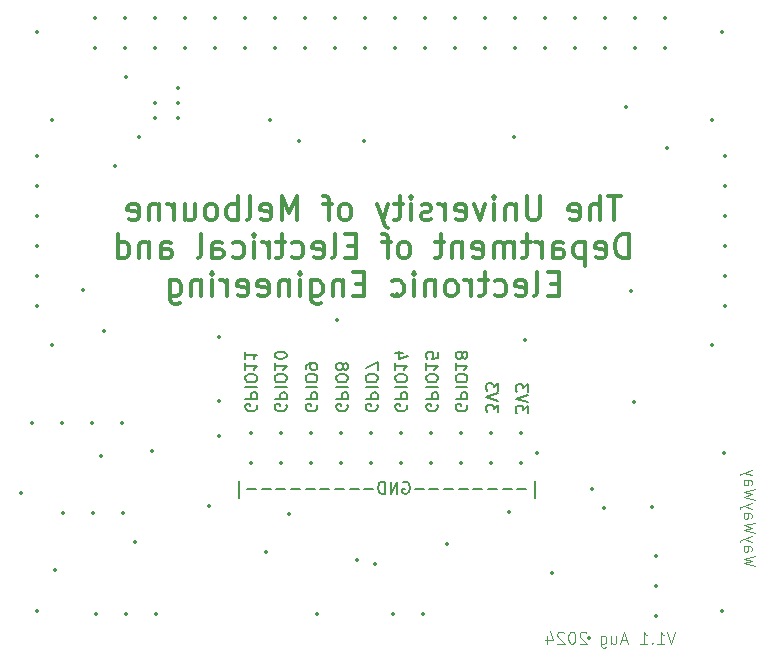
<source format=gbr>
%TF.GenerationSoftware,KiCad,Pcbnew,7.0.10*%
%TF.CreationDate,2024-08-19T03:07:17+10:00*%
%TF.ProjectId,AI4R-PIHAT,41493452-2d50-4494-9841-542e6b696361,rev?*%
%TF.SameCoordinates,Original*%
%TF.FileFunction,Legend,Bot*%
%TF.FilePolarity,Positive*%
%FSLAX46Y46*%
G04 Gerber Fmt 4.6, Leading zero omitted, Abs format (unit mm)*
G04 Created by KiCad (PCBNEW 7.0.10) date 2024-08-19 03:07:17*
%MOMM*%
%LPD*%
G01*
G04 APERTURE LIST*
%ADD10C,0.150000*%
%ADD11C,0.100000*%
%ADD12C,0.300000*%
%ADD13C,0.350000*%
G04 APERTURE END LIST*
D10*
X51882561Y-47039411D02*
X51930180Y-47134649D01*
X51930180Y-47134649D02*
X51930180Y-47277506D01*
X51930180Y-47277506D02*
X51882561Y-47420363D01*
X51882561Y-47420363D02*
X51787323Y-47515601D01*
X51787323Y-47515601D02*
X51692085Y-47563220D01*
X51692085Y-47563220D02*
X51501609Y-47610839D01*
X51501609Y-47610839D02*
X51358752Y-47610839D01*
X51358752Y-47610839D02*
X51168276Y-47563220D01*
X51168276Y-47563220D02*
X51073038Y-47515601D01*
X51073038Y-47515601D02*
X50977800Y-47420363D01*
X50977800Y-47420363D02*
X50930180Y-47277506D01*
X50930180Y-47277506D02*
X50930180Y-47182268D01*
X50930180Y-47182268D02*
X50977800Y-47039411D01*
X50977800Y-47039411D02*
X51025419Y-46991792D01*
X51025419Y-46991792D02*
X51358752Y-46991792D01*
X51358752Y-46991792D02*
X51358752Y-47182268D01*
X50930180Y-46563220D02*
X51930180Y-46563220D01*
X51930180Y-46563220D02*
X51930180Y-46182268D01*
X51930180Y-46182268D02*
X51882561Y-46087030D01*
X51882561Y-46087030D02*
X51834942Y-46039411D01*
X51834942Y-46039411D02*
X51739704Y-45991792D01*
X51739704Y-45991792D02*
X51596847Y-45991792D01*
X51596847Y-45991792D02*
X51501609Y-46039411D01*
X51501609Y-46039411D02*
X51453990Y-46087030D01*
X51453990Y-46087030D02*
X51406371Y-46182268D01*
X51406371Y-46182268D02*
X51406371Y-46563220D01*
X50930180Y-45563220D02*
X51930180Y-45563220D01*
X51930180Y-44896554D02*
X51930180Y-44706078D01*
X51930180Y-44706078D02*
X51882561Y-44610840D01*
X51882561Y-44610840D02*
X51787323Y-44515602D01*
X51787323Y-44515602D02*
X51596847Y-44467983D01*
X51596847Y-44467983D02*
X51263514Y-44467983D01*
X51263514Y-44467983D02*
X51073038Y-44515602D01*
X51073038Y-44515602D02*
X50977800Y-44610840D01*
X50977800Y-44610840D02*
X50930180Y-44706078D01*
X50930180Y-44706078D02*
X50930180Y-44896554D01*
X50930180Y-44896554D02*
X50977800Y-44991792D01*
X50977800Y-44991792D02*
X51073038Y-45087030D01*
X51073038Y-45087030D02*
X51263514Y-45134649D01*
X51263514Y-45134649D02*
X51596847Y-45134649D01*
X51596847Y-45134649D02*
X51787323Y-45087030D01*
X51787323Y-45087030D02*
X51882561Y-44991792D01*
X51882561Y-44991792D02*
X51930180Y-44896554D01*
X50930180Y-43515602D02*
X50930180Y-44087030D01*
X50930180Y-43801316D02*
X51930180Y-43801316D01*
X51930180Y-43801316D02*
X51787323Y-43896554D01*
X51787323Y-43896554D02*
X51692085Y-43991792D01*
X51692085Y-43991792D02*
X51644466Y-44087030D01*
X51501609Y-42944173D02*
X51549228Y-43039411D01*
X51549228Y-43039411D02*
X51596847Y-43087030D01*
X51596847Y-43087030D02*
X51692085Y-43134649D01*
X51692085Y-43134649D02*
X51739704Y-43134649D01*
X51739704Y-43134649D02*
X51834942Y-43087030D01*
X51834942Y-43087030D02*
X51882561Y-43039411D01*
X51882561Y-43039411D02*
X51930180Y-42944173D01*
X51930180Y-42944173D02*
X51930180Y-42753697D01*
X51930180Y-42753697D02*
X51882561Y-42658459D01*
X51882561Y-42658459D02*
X51834942Y-42610840D01*
X51834942Y-42610840D02*
X51739704Y-42563221D01*
X51739704Y-42563221D02*
X51692085Y-42563221D01*
X51692085Y-42563221D02*
X51596847Y-42610840D01*
X51596847Y-42610840D02*
X51549228Y-42658459D01*
X51549228Y-42658459D02*
X51501609Y-42753697D01*
X51501609Y-42753697D02*
X51501609Y-42944173D01*
X51501609Y-42944173D02*
X51453990Y-43039411D01*
X51453990Y-43039411D02*
X51406371Y-43087030D01*
X51406371Y-43087030D02*
X51311133Y-43134649D01*
X51311133Y-43134649D02*
X51120657Y-43134649D01*
X51120657Y-43134649D02*
X51025419Y-43087030D01*
X51025419Y-43087030D02*
X50977800Y-43039411D01*
X50977800Y-43039411D02*
X50930180Y-42944173D01*
X50930180Y-42944173D02*
X50930180Y-42753697D01*
X50930180Y-42753697D02*
X50977800Y-42658459D01*
X50977800Y-42658459D02*
X51025419Y-42610840D01*
X51025419Y-42610840D02*
X51120657Y-42563221D01*
X51120657Y-42563221D02*
X51311133Y-42563221D01*
X51311133Y-42563221D02*
X51406371Y-42610840D01*
X51406371Y-42610840D02*
X51453990Y-42658459D01*
X51453990Y-42658459D02*
X51501609Y-42753697D01*
X49382561Y-47039411D02*
X49430180Y-47134649D01*
X49430180Y-47134649D02*
X49430180Y-47277506D01*
X49430180Y-47277506D02*
X49382561Y-47420363D01*
X49382561Y-47420363D02*
X49287323Y-47515601D01*
X49287323Y-47515601D02*
X49192085Y-47563220D01*
X49192085Y-47563220D02*
X49001609Y-47610839D01*
X49001609Y-47610839D02*
X48858752Y-47610839D01*
X48858752Y-47610839D02*
X48668276Y-47563220D01*
X48668276Y-47563220D02*
X48573038Y-47515601D01*
X48573038Y-47515601D02*
X48477800Y-47420363D01*
X48477800Y-47420363D02*
X48430180Y-47277506D01*
X48430180Y-47277506D02*
X48430180Y-47182268D01*
X48430180Y-47182268D02*
X48477800Y-47039411D01*
X48477800Y-47039411D02*
X48525419Y-46991792D01*
X48525419Y-46991792D02*
X48858752Y-46991792D01*
X48858752Y-46991792D02*
X48858752Y-47182268D01*
X48430180Y-46563220D02*
X49430180Y-46563220D01*
X49430180Y-46563220D02*
X49430180Y-46182268D01*
X49430180Y-46182268D02*
X49382561Y-46087030D01*
X49382561Y-46087030D02*
X49334942Y-46039411D01*
X49334942Y-46039411D02*
X49239704Y-45991792D01*
X49239704Y-45991792D02*
X49096847Y-45991792D01*
X49096847Y-45991792D02*
X49001609Y-46039411D01*
X49001609Y-46039411D02*
X48953990Y-46087030D01*
X48953990Y-46087030D02*
X48906371Y-46182268D01*
X48906371Y-46182268D02*
X48906371Y-46563220D01*
X48430180Y-45563220D02*
X49430180Y-45563220D01*
X49430180Y-44896554D02*
X49430180Y-44706078D01*
X49430180Y-44706078D02*
X49382561Y-44610840D01*
X49382561Y-44610840D02*
X49287323Y-44515602D01*
X49287323Y-44515602D02*
X49096847Y-44467983D01*
X49096847Y-44467983D02*
X48763514Y-44467983D01*
X48763514Y-44467983D02*
X48573038Y-44515602D01*
X48573038Y-44515602D02*
X48477800Y-44610840D01*
X48477800Y-44610840D02*
X48430180Y-44706078D01*
X48430180Y-44706078D02*
X48430180Y-44896554D01*
X48430180Y-44896554D02*
X48477800Y-44991792D01*
X48477800Y-44991792D02*
X48573038Y-45087030D01*
X48573038Y-45087030D02*
X48763514Y-45134649D01*
X48763514Y-45134649D02*
X49096847Y-45134649D01*
X49096847Y-45134649D02*
X49287323Y-45087030D01*
X49287323Y-45087030D02*
X49382561Y-44991792D01*
X49382561Y-44991792D02*
X49430180Y-44896554D01*
X48430180Y-43515602D02*
X48430180Y-44087030D01*
X48430180Y-43801316D02*
X49430180Y-43801316D01*
X49430180Y-43801316D02*
X49287323Y-43896554D01*
X49287323Y-43896554D02*
X49192085Y-43991792D01*
X49192085Y-43991792D02*
X49144466Y-44087030D01*
X49430180Y-42610840D02*
X49430180Y-43087030D01*
X49430180Y-43087030D02*
X48953990Y-43134649D01*
X48953990Y-43134649D02*
X49001609Y-43087030D01*
X49001609Y-43087030D02*
X49049228Y-42991792D01*
X49049228Y-42991792D02*
X49049228Y-42753697D01*
X49049228Y-42753697D02*
X49001609Y-42658459D01*
X49001609Y-42658459D02*
X48953990Y-42610840D01*
X48953990Y-42610840D02*
X48858752Y-42563221D01*
X48858752Y-42563221D02*
X48620657Y-42563221D01*
X48620657Y-42563221D02*
X48525419Y-42610840D01*
X48525419Y-42610840D02*
X48477800Y-42658459D01*
X48477800Y-42658459D02*
X48430180Y-42753697D01*
X48430180Y-42753697D02*
X48430180Y-42991792D01*
X48430180Y-42991792D02*
X48477800Y-43087030D01*
X48477800Y-43087030D02*
X48525419Y-43134649D01*
D11*
X69538972Y-66272419D02*
X69205639Y-67272419D01*
X69205639Y-67272419D02*
X68872306Y-66272419D01*
X68015163Y-67272419D02*
X68586591Y-67272419D01*
X68300877Y-67272419D02*
X68300877Y-66272419D01*
X68300877Y-66272419D02*
X68396115Y-66415276D01*
X68396115Y-66415276D02*
X68491353Y-66510514D01*
X68491353Y-66510514D02*
X68586591Y-66558133D01*
X67586591Y-67177180D02*
X67538972Y-67224800D01*
X67538972Y-67224800D02*
X67586591Y-67272419D01*
X67586591Y-67272419D02*
X67634210Y-67224800D01*
X67634210Y-67224800D02*
X67586591Y-67177180D01*
X67586591Y-67177180D02*
X67586591Y-67272419D01*
X66586592Y-67272419D02*
X67158020Y-67272419D01*
X66872306Y-67272419D02*
X66872306Y-66272419D01*
X66872306Y-66272419D02*
X66967544Y-66415276D01*
X66967544Y-66415276D02*
X67062782Y-66510514D01*
X67062782Y-66510514D02*
X67158020Y-66558133D01*
X65443734Y-66986704D02*
X64967544Y-66986704D01*
X65538972Y-67272419D02*
X65205639Y-66272419D01*
X65205639Y-66272419D02*
X64872306Y-67272419D01*
X64110401Y-66605752D02*
X64110401Y-67272419D01*
X64538972Y-66605752D02*
X64538972Y-67129561D01*
X64538972Y-67129561D02*
X64491353Y-67224800D01*
X64491353Y-67224800D02*
X64396115Y-67272419D01*
X64396115Y-67272419D02*
X64253258Y-67272419D01*
X64253258Y-67272419D02*
X64158020Y-67224800D01*
X64158020Y-67224800D02*
X64110401Y-67177180D01*
X63205639Y-66605752D02*
X63205639Y-67415276D01*
X63205639Y-67415276D02*
X63253258Y-67510514D01*
X63253258Y-67510514D02*
X63300877Y-67558133D01*
X63300877Y-67558133D02*
X63396115Y-67605752D01*
X63396115Y-67605752D02*
X63538972Y-67605752D01*
X63538972Y-67605752D02*
X63634210Y-67558133D01*
X63205639Y-67224800D02*
X63300877Y-67272419D01*
X63300877Y-67272419D02*
X63491353Y-67272419D01*
X63491353Y-67272419D02*
X63586591Y-67224800D01*
X63586591Y-67224800D02*
X63634210Y-67177180D01*
X63634210Y-67177180D02*
X63681829Y-67081942D01*
X63681829Y-67081942D02*
X63681829Y-66796228D01*
X63681829Y-66796228D02*
X63634210Y-66700990D01*
X63634210Y-66700990D02*
X63586591Y-66653371D01*
X63586591Y-66653371D02*
X63491353Y-66605752D01*
X63491353Y-66605752D02*
X63300877Y-66605752D01*
X63300877Y-66605752D02*
X63205639Y-66653371D01*
X62015162Y-66367657D02*
X61967543Y-66320038D01*
X61967543Y-66320038D02*
X61872305Y-66272419D01*
X61872305Y-66272419D02*
X61634210Y-66272419D01*
X61634210Y-66272419D02*
X61538972Y-66320038D01*
X61538972Y-66320038D02*
X61491353Y-66367657D01*
X61491353Y-66367657D02*
X61443734Y-66462895D01*
X61443734Y-66462895D02*
X61443734Y-66558133D01*
X61443734Y-66558133D02*
X61491353Y-66700990D01*
X61491353Y-66700990D02*
X62062781Y-67272419D01*
X62062781Y-67272419D02*
X61443734Y-67272419D01*
X60824686Y-66272419D02*
X60729448Y-66272419D01*
X60729448Y-66272419D02*
X60634210Y-66320038D01*
X60634210Y-66320038D02*
X60586591Y-66367657D01*
X60586591Y-66367657D02*
X60538972Y-66462895D01*
X60538972Y-66462895D02*
X60491353Y-66653371D01*
X60491353Y-66653371D02*
X60491353Y-66891466D01*
X60491353Y-66891466D02*
X60538972Y-67081942D01*
X60538972Y-67081942D02*
X60586591Y-67177180D01*
X60586591Y-67177180D02*
X60634210Y-67224800D01*
X60634210Y-67224800D02*
X60729448Y-67272419D01*
X60729448Y-67272419D02*
X60824686Y-67272419D01*
X60824686Y-67272419D02*
X60919924Y-67224800D01*
X60919924Y-67224800D02*
X60967543Y-67177180D01*
X60967543Y-67177180D02*
X61015162Y-67081942D01*
X61015162Y-67081942D02*
X61062781Y-66891466D01*
X61062781Y-66891466D02*
X61062781Y-66653371D01*
X61062781Y-66653371D02*
X61015162Y-66462895D01*
X61015162Y-66462895D02*
X60967543Y-66367657D01*
X60967543Y-66367657D02*
X60919924Y-66320038D01*
X60919924Y-66320038D02*
X60824686Y-66272419D01*
X60110400Y-66367657D02*
X60062781Y-66320038D01*
X60062781Y-66320038D02*
X59967543Y-66272419D01*
X59967543Y-66272419D02*
X59729448Y-66272419D01*
X59729448Y-66272419D02*
X59634210Y-66320038D01*
X59634210Y-66320038D02*
X59586591Y-66367657D01*
X59586591Y-66367657D02*
X59538972Y-66462895D01*
X59538972Y-66462895D02*
X59538972Y-66558133D01*
X59538972Y-66558133D02*
X59586591Y-66700990D01*
X59586591Y-66700990D02*
X60158019Y-67272419D01*
X60158019Y-67272419D02*
X59538972Y-67272419D01*
X58681829Y-66605752D02*
X58681829Y-67272419D01*
X58919924Y-66224800D02*
X59158019Y-66939085D01*
X59158019Y-66939085D02*
X58538972Y-66939085D01*
D10*
X39182561Y-47039411D02*
X39230180Y-47134649D01*
X39230180Y-47134649D02*
X39230180Y-47277506D01*
X39230180Y-47277506D02*
X39182561Y-47420363D01*
X39182561Y-47420363D02*
X39087323Y-47515601D01*
X39087323Y-47515601D02*
X38992085Y-47563220D01*
X38992085Y-47563220D02*
X38801609Y-47610839D01*
X38801609Y-47610839D02*
X38658752Y-47610839D01*
X38658752Y-47610839D02*
X38468276Y-47563220D01*
X38468276Y-47563220D02*
X38373038Y-47515601D01*
X38373038Y-47515601D02*
X38277800Y-47420363D01*
X38277800Y-47420363D02*
X38230180Y-47277506D01*
X38230180Y-47277506D02*
X38230180Y-47182268D01*
X38230180Y-47182268D02*
X38277800Y-47039411D01*
X38277800Y-47039411D02*
X38325419Y-46991792D01*
X38325419Y-46991792D02*
X38658752Y-46991792D01*
X38658752Y-46991792D02*
X38658752Y-47182268D01*
X38230180Y-46563220D02*
X39230180Y-46563220D01*
X39230180Y-46563220D02*
X39230180Y-46182268D01*
X39230180Y-46182268D02*
X39182561Y-46087030D01*
X39182561Y-46087030D02*
X39134942Y-46039411D01*
X39134942Y-46039411D02*
X39039704Y-45991792D01*
X39039704Y-45991792D02*
X38896847Y-45991792D01*
X38896847Y-45991792D02*
X38801609Y-46039411D01*
X38801609Y-46039411D02*
X38753990Y-46087030D01*
X38753990Y-46087030D02*
X38706371Y-46182268D01*
X38706371Y-46182268D02*
X38706371Y-46563220D01*
X38230180Y-45563220D02*
X39230180Y-45563220D01*
X39230180Y-44896554D02*
X39230180Y-44706078D01*
X39230180Y-44706078D02*
X39182561Y-44610840D01*
X39182561Y-44610840D02*
X39087323Y-44515602D01*
X39087323Y-44515602D02*
X38896847Y-44467983D01*
X38896847Y-44467983D02*
X38563514Y-44467983D01*
X38563514Y-44467983D02*
X38373038Y-44515602D01*
X38373038Y-44515602D02*
X38277800Y-44610840D01*
X38277800Y-44610840D02*
X38230180Y-44706078D01*
X38230180Y-44706078D02*
X38230180Y-44896554D01*
X38230180Y-44896554D02*
X38277800Y-44991792D01*
X38277800Y-44991792D02*
X38373038Y-45087030D01*
X38373038Y-45087030D02*
X38563514Y-45134649D01*
X38563514Y-45134649D02*
X38896847Y-45134649D01*
X38896847Y-45134649D02*
X39087323Y-45087030D01*
X39087323Y-45087030D02*
X39182561Y-44991792D01*
X39182561Y-44991792D02*
X39230180Y-44896554D01*
X38230180Y-43991792D02*
X38230180Y-43801316D01*
X38230180Y-43801316D02*
X38277800Y-43706078D01*
X38277800Y-43706078D02*
X38325419Y-43658459D01*
X38325419Y-43658459D02*
X38468276Y-43563221D01*
X38468276Y-43563221D02*
X38658752Y-43515602D01*
X38658752Y-43515602D02*
X39039704Y-43515602D01*
X39039704Y-43515602D02*
X39134942Y-43563221D01*
X39134942Y-43563221D02*
X39182561Y-43610840D01*
X39182561Y-43610840D02*
X39230180Y-43706078D01*
X39230180Y-43706078D02*
X39230180Y-43896554D01*
X39230180Y-43896554D02*
X39182561Y-43991792D01*
X39182561Y-43991792D02*
X39134942Y-44039411D01*
X39134942Y-44039411D02*
X39039704Y-44087030D01*
X39039704Y-44087030D02*
X38801609Y-44087030D01*
X38801609Y-44087030D02*
X38706371Y-44039411D01*
X38706371Y-44039411D02*
X38658752Y-43991792D01*
X38658752Y-43991792D02*
X38611133Y-43896554D01*
X38611133Y-43896554D02*
X38611133Y-43706078D01*
X38611133Y-43706078D02*
X38658752Y-43610840D01*
X38658752Y-43610840D02*
X38706371Y-43563221D01*
X38706371Y-43563221D02*
X38801609Y-43515602D01*
X57625125Y-54903152D02*
X57625125Y-53474580D01*
X56910839Y-54188866D02*
X56148935Y-54188866D01*
X55672744Y-54188866D02*
X54910840Y-54188866D01*
X54434649Y-54188866D02*
X53672745Y-54188866D01*
X53196554Y-54188866D02*
X52434650Y-54188866D01*
X51958459Y-54188866D02*
X51196555Y-54188866D01*
X50720364Y-54188866D02*
X49958460Y-54188866D01*
X49482269Y-54188866D02*
X48720365Y-54188866D01*
X48244174Y-54188866D02*
X47482270Y-54188866D01*
X46482270Y-53617438D02*
X46577508Y-53569819D01*
X46577508Y-53569819D02*
X46720365Y-53569819D01*
X46720365Y-53569819D02*
X46863222Y-53617438D01*
X46863222Y-53617438D02*
X46958460Y-53712676D01*
X46958460Y-53712676D02*
X47006079Y-53807914D01*
X47006079Y-53807914D02*
X47053698Y-53998390D01*
X47053698Y-53998390D02*
X47053698Y-54141247D01*
X47053698Y-54141247D02*
X47006079Y-54331723D01*
X47006079Y-54331723D02*
X46958460Y-54426961D01*
X46958460Y-54426961D02*
X46863222Y-54522200D01*
X46863222Y-54522200D02*
X46720365Y-54569819D01*
X46720365Y-54569819D02*
X46625127Y-54569819D01*
X46625127Y-54569819D02*
X46482270Y-54522200D01*
X46482270Y-54522200D02*
X46434651Y-54474580D01*
X46434651Y-54474580D02*
X46434651Y-54141247D01*
X46434651Y-54141247D02*
X46625127Y-54141247D01*
X46006079Y-54569819D02*
X46006079Y-53569819D01*
X46006079Y-53569819D02*
X45434651Y-54569819D01*
X45434651Y-54569819D02*
X45434651Y-53569819D01*
X44958460Y-54569819D02*
X44958460Y-53569819D01*
X44958460Y-53569819D02*
X44720365Y-53569819D01*
X44720365Y-53569819D02*
X44577508Y-53617438D01*
X44577508Y-53617438D02*
X44482270Y-53712676D01*
X44482270Y-53712676D02*
X44434651Y-53807914D01*
X44434651Y-53807914D02*
X44387032Y-53998390D01*
X44387032Y-53998390D02*
X44387032Y-54141247D01*
X44387032Y-54141247D02*
X44434651Y-54331723D01*
X44434651Y-54331723D02*
X44482270Y-54426961D01*
X44482270Y-54426961D02*
X44577508Y-54522200D01*
X44577508Y-54522200D02*
X44720365Y-54569819D01*
X44720365Y-54569819D02*
X44958460Y-54569819D01*
X43958460Y-54188866D02*
X43196556Y-54188866D01*
X42720365Y-54188866D02*
X41958461Y-54188866D01*
X41482270Y-54188866D02*
X40720366Y-54188866D01*
X40244175Y-54188866D02*
X39482271Y-54188866D01*
X39006080Y-54188866D02*
X38244176Y-54188866D01*
X37767985Y-54188866D02*
X37006081Y-54188866D01*
X36529890Y-54188866D02*
X35767986Y-54188866D01*
X35291795Y-54188866D02*
X34529891Y-54188866D01*
X34053700Y-54188866D02*
X33291796Y-54188866D01*
X32577510Y-54903152D02*
X32577510Y-53474580D01*
X54530180Y-47658458D02*
X54530180Y-47039411D01*
X54530180Y-47039411D02*
X54149228Y-47372744D01*
X54149228Y-47372744D02*
X54149228Y-47229887D01*
X54149228Y-47229887D02*
X54101609Y-47134649D01*
X54101609Y-47134649D02*
X54053990Y-47087030D01*
X54053990Y-47087030D02*
X53958752Y-47039411D01*
X53958752Y-47039411D02*
X53720657Y-47039411D01*
X53720657Y-47039411D02*
X53625419Y-47087030D01*
X53625419Y-47087030D02*
X53577800Y-47134649D01*
X53577800Y-47134649D02*
X53530180Y-47229887D01*
X53530180Y-47229887D02*
X53530180Y-47515601D01*
X53530180Y-47515601D02*
X53577800Y-47610839D01*
X53577800Y-47610839D02*
X53625419Y-47658458D01*
X54530180Y-46753696D02*
X53530180Y-46420363D01*
X53530180Y-46420363D02*
X54530180Y-46087030D01*
X54530180Y-45848934D02*
X54530180Y-45229887D01*
X54530180Y-45229887D02*
X54149228Y-45563220D01*
X54149228Y-45563220D02*
X54149228Y-45420363D01*
X54149228Y-45420363D02*
X54101609Y-45325125D01*
X54101609Y-45325125D02*
X54053990Y-45277506D01*
X54053990Y-45277506D02*
X53958752Y-45229887D01*
X53958752Y-45229887D02*
X53720657Y-45229887D01*
X53720657Y-45229887D02*
X53625419Y-45277506D01*
X53625419Y-45277506D02*
X53577800Y-45325125D01*
X53577800Y-45325125D02*
X53530180Y-45420363D01*
X53530180Y-45420363D02*
X53530180Y-45706077D01*
X53530180Y-45706077D02*
X53577800Y-45801315D01*
X53577800Y-45801315D02*
X53625419Y-45848934D01*
X46782561Y-47039411D02*
X46830180Y-47134649D01*
X46830180Y-47134649D02*
X46830180Y-47277506D01*
X46830180Y-47277506D02*
X46782561Y-47420363D01*
X46782561Y-47420363D02*
X46687323Y-47515601D01*
X46687323Y-47515601D02*
X46592085Y-47563220D01*
X46592085Y-47563220D02*
X46401609Y-47610839D01*
X46401609Y-47610839D02*
X46258752Y-47610839D01*
X46258752Y-47610839D02*
X46068276Y-47563220D01*
X46068276Y-47563220D02*
X45973038Y-47515601D01*
X45973038Y-47515601D02*
X45877800Y-47420363D01*
X45877800Y-47420363D02*
X45830180Y-47277506D01*
X45830180Y-47277506D02*
X45830180Y-47182268D01*
X45830180Y-47182268D02*
X45877800Y-47039411D01*
X45877800Y-47039411D02*
X45925419Y-46991792D01*
X45925419Y-46991792D02*
X46258752Y-46991792D01*
X46258752Y-46991792D02*
X46258752Y-47182268D01*
X45830180Y-46563220D02*
X46830180Y-46563220D01*
X46830180Y-46563220D02*
X46830180Y-46182268D01*
X46830180Y-46182268D02*
X46782561Y-46087030D01*
X46782561Y-46087030D02*
X46734942Y-46039411D01*
X46734942Y-46039411D02*
X46639704Y-45991792D01*
X46639704Y-45991792D02*
X46496847Y-45991792D01*
X46496847Y-45991792D02*
X46401609Y-46039411D01*
X46401609Y-46039411D02*
X46353990Y-46087030D01*
X46353990Y-46087030D02*
X46306371Y-46182268D01*
X46306371Y-46182268D02*
X46306371Y-46563220D01*
X45830180Y-45563220D02*
X46830180Y-45563220D01*
X46830180Y-44896554D02*
X46830180Y-44706078D01*
X46830180Y-44706078D02*
X46782561Y-44610840D01*
X46782561Y-44610840D02*
X46687323Y-44515602D01*
X46687323Y-44515602D02*
X46496847Y-44467983D01*
X46496847Y-44467983D02*
X46163514Y-44467983D01*
X46163514Y-44467983D02*
X45973038Y-44515602D01*
X45973038Y-44515602D02*
X45877800Y-44610840D01*
X45877800Y-44610840D02*
X45830180Y-44706078D01*
X45830180Y-44706078D02*
X45830180Y-44896554D01*
X45830180Y-44896554D02*
X45877800Y-44991792D01*
X45877800Y-44991792D02*
X45973038Y-45087030D01*
X45973038Y-45087030D02*
X46163514Y-45134649D01*
X46163514Y-45134649D02*
X46496847Y-45134649D01*
X46496847Y-45134649D02*
X46687323Y-45087030D01*
X46687323Y-45087030D02*
X46782561Y-44991792D01*
X46782561Y-44991792D02*
X46830180Y-44896554D01*
X45830180Y-43515602D02*
X45830180Y-44087030D01*
X45830180Y-43801316D02*
X46830180Y-43801316D01*
X46830180Y-43801316D02*
X46687323Y-43896554D01*
X46687323Y-43896554D02*
X46592085Y-43991792D01*
X46592085Y-43991792D02*
X46544466Y-44087030D01*
X46496847Y-42658459D02*
X45830180Y-42658459D01*
X46877800Y-42896554D02*
X46163514Y-43134649D01*
X46163514Y-43134649D02*
X46163514Y-42515602D01*
X57030180Y-47758458D02*
X57030180Y-47139411D01*
X57030180Y-47139411D02*
X56649228Y-47472744D01*
X56649228Y-47472744D02*
X56649228Y-47329887D01*
X56649228Y-47329887D02*
X56601609Y-47234649D01*
X56601609Y-47234649D02*
X56553990Y-47187030D01*
X56553990Y-47187030D02*
X56458752Y-47139411D01*
X56458752Y-47139411D02*
X56220657Y-47139411D01*
X56220657Y-47139411D02*
X56125419Y-47187030D01*
X56125419Y-47187030D02*
X56077800Y-47234649D01*
X56077800Y-47234649D02*
X56030180Y-47329887D01*
X56030180Y-47329887D02*
X56030180Y-47615601D01*
X56030180Y-47615601D02*
X56077800Y-47710839D01*
X56077800Y-47710839D02*
X56125419Y-47758458D01*
X57030180Y-46853696D02*
X56030180Y-46520363D01*
X56030180Y-46520363D02*
X57030180Y-46187030D01*
X57030180Y-45948934D02*
X57030180Y-45329887D01*
X57030180Y-45329887D02*
X56649228Y-45663220D01*
X56649228Y-45663220D02*
X56649228Y-45520363D01*
X56649228Y-45520363D02*
X56601609Y-45425125D01*
X56601609Y-45425125D02*
X56553990Y-45377506D01*
X56553990Y-45377506D02*
X56458752Y-45329887D01*
X56458752Y-45329887D02*
X56220657Y-45329887D01*
X56220657Y-45329887D02*
X56125419Y-45377506D01*
X56125419Y-45377506D02*
X56077800Y-45425125D01*
X56077800Y-45425125D02*
X56030180Y-45520363D01*
X56030180Y-45520363D02*
X56030180Y-45806077D01*
X56030180Y-45806077D02*
X56077800Y-45901315D01*
X56077800Y-45901315D02*
X56125419Y-45948934D01*
D12*
X64961906Y-29399638D02*
X63819049Y-29399638D01*
X64390478Y-31399638D02*
X64390478Y-29399638D01*
X63152382Y-31399638D02*
X63152382Y-29399638D01*
X62295239Y-31399638D02*
X62295239Y-30352019D01*
X62295239Y-30352019D02*
X62390477Y-30161542D01*
X62390477Y-30161542D02*
X62580953Y-30066304D01*
X62580953Y-30066304D02*
X62866668Y-30066304D01*
X62866668Y-30066304D02*
X63057144Y-30161542D01*
X63057144Y-30161542D02*
X63152382Y-30256780D01*
X60580953Y-31304400D02*
X60771429Y-31399638D01*
X60771429Y-31399638D02*
X61152382Y-31399638D01*
X61152382Y-31399638D02*
X61342858Y-31304400D01*
X61342858Y-31304400D02*
X61438096Y-31113923D01*
X61438096Y-31113923D02*
X61438096Y-30352019D01*
X61438096Y-30352019D02*
X61342858Y-30161542D01*
X61342858Y-30161542D02*
X61152382Y-30066304D01*
X61152382Y-30066304D02*
X60771429Y-30066304D01*
X60771429Y-30066304D02*
X60580953Y-30161542D01*
X60580953Y-30161542D02*
X60485715Y-30352019D01*
X60485715Y-30352019D02*
X60485715Y-30542495D01*
X60485715Y-30542495D02*
X61438096Y-30732971D01*
X58104762Y-29399638D02*
X58104762Y-31018685D01*
X58104762Y-31018685D02*
X58009524Y-31209161D01*
X58009524Y-31209161D02*
X57914286Y-31304400D01*
X57914286Y-31304400D02*
X57723810Y-31399638D01*
X57723810Y-31399638D02*
X57342857Y-31399638D01*
X57342857Y-31399638D02*
X57152381Y-31304400D01*
X57152381Y-31304400D02*
X57057143Y-31209161D01*
X57057143Y-31209161D02*
X56961905Y-31018685D01*
X56961905Y-31018685D02*
X56961905Y-29399638D01*
X56009524Y-30066304D02*
X56009524Y-31399638D01*
X56009524Y-30256780D02*
X55914286Y-30161542D01*
X55914286Y-30161542D02*
X55723810Y-30066304D01*
X55723810Y-30066304D02*
X55438095Y-30066304D01*
X55438095Y-30066304D02*
X55247619Y-30161542D01*
X55247619Y-30161542D02*
X55152381Y-30352019D01*
X55152381Y-30352019D02*
X55152381Y-31399638D01*
X54200000Y-31399638D02*
X54200000Y-30066304D01*
X54200000Y-29399638D02*
X54295238Y-29494876D01*
X54295238Y-29494876D02*
X54200000Y-29590114D01*
X54200000Y-29590114D02*
X54104762Y-29494876D01*
X54104762Y-29494876D02*
X54200000Y-29399638D01*
X54200000Y-29399638D02*
X54200000Y-29590114D01*
X53438095Y-30066304D02*
X52961905Y-31399638D01*
X52961905Y-31399638D02*
X52485714Y-30066304D01*
X50961904Y-31304400D02*
X51152380Y-31399638D01*
X51152380Y-31399638D02*
X51533333Y-31399638D01*
X51533333Y-31399638D02*
X51723809Y-31304400D01*
X51723809Y-31304400D02*
X51819047Y-31113923D01*
X51819047Y-31113923D02*
X51819047Y-30352019D01*
X51819047Y-30352019D02*
X51723809Y-30161542D01*
X51723809Y-30161542D02*
X51533333Y-30066304D01*
X51533333Y-30066304D02*
X51152380Y-30066304D01*
X51152380Y-30066304D02*
X50961904Y-30161542D01*
X50961904Y-30161542D02*
X50866666Y-30352019D01*
X50866666Y-30352019D02*
X50866666Y-30542495D01*
X50866666Y-30542495D02*
X51819047Y-30732971D01*
X50009523Y-31399638D02*
X50009523Y-30066304D01*
X50009523Y-30447257D02*
X49914285Y-30256780D01*
X49914285Y-30256780D02*
X49819047Y-30161542D01*
X49819047Y-30161542D02*
X49628571Y-30066304D01*
X49628571Y-30066304D02*
X49438094Y-30066304D01*
X48866666Y-31304400D02*
X48676190Y-31399638D01*
X48676190Y-31399638D02*
X48295238Y-31399638D01*
X48295238Y-31399638D02*
X48104761Y-31304400D01*
X48104761Y-31304400D02*
X48009523Y-31113923D01*
X48009523Y-31113923D02*
X48009523Y-31018685D01*
X48009523Y-31018685D02*
X48104761Y-30828209D01*
X48104761Y-30828209D02*
X48295238Y-30732971D01*
X48295238Y-30732971D02*
X48580952Y-30732971D01*
X48580952Y-30732971D02*
X48771428Y-30637733D01*
X48771428Y-30637733D02*
X48866666Y-30447257D01*
X48866666Y-30447257D02*
X48866666Y-30352019D01*
X48866666Y-30352019D02*
X48771428Y-30161542D01*
X48771428Y-30161542D02*
X48580952Y-30066304D01*
X48580952Y-30066304D02*
X48295238Y-30066304D01*
X48295238Y-30066304D02*
X48104761Y-30161542D01*
X47152380Y-31399638D02*
X47152380Y-30066304D01*
X47152380Y-29399638D02*
X47247618Y-29494876D01*
X47247618Y-29494876D02*
X47152380Y-29590114D01*
X47152380Y-29590114D02*
X47057142Y-29494876D01*
X47057142Y-29494876D02*
X47152380Y-29399638D01*
X47152380Y-29399638D02*
X47152380Y-29590114D01*
X46485713Y-30066304D02*
X45723809Y-30066304D01*
X46199999Y-29399638D02*
X46199999Y-31113923D01*
X46199999Y-31113923D02*
X46104761Y-31304400D01*
X46104761Y-31304400D02*
X45914285Y-31399638D01*
X45914285Y-31399638D02*
X45723809Y-31399638D01*
X45247618Y-30066304D02*
X44771428Y-31399638D01*
X44295237Y-30066304D02*
X44771428Y-31399638D01*
X44771428Y-31399638D02*
X44961904Y-31875828D01*
X44961904Y-31875828D02*
X45057142Y-31971066D01*
X45057142Y-31971066D02*
X45247618Y-32066304D01*
X41723808Y-31399638D02*
X41914284Y-31304400D01*
X41914284Y-31304400D02*
X42009522Y-31209161D01*
X42009522Y-31209161D02*
X42104760Y-31018685D01*
X42104760Y-31018685D02*
X42104760Y-30447257D01*
X42104760Y-30447257D02*
X42009522Y-30256780D01*
X42009522Y-30256780D02*
X41914284Y-30161542D01*
X41914284Y-30161542D02*
X41723808Y-30066304D01*
X41723808Y-30066304D02*
X41438093Y-30066304D01*
X41438093Y-30066304D02*
X41247617Y-30161542D01*
X41247617Y-30161542D02*
X41152379Y-30256780D01*
X41152379Y-30256780D02*
X41057141Y-30447257D01*
X41057141Y-30447257D02*
X41057141Y-31018685D01*
X41057141Y-31018685D02*
X41152379Y-31209161D01*
X41152379Y-31209161D02*
X41247617Y-31304400D01*
X41247617Y-31304400D02*
X41438093Y-31399638D01*
X41438093Y-31399638D02*
X41723808Y-31399638D01*
X40485712Y-30066304D02*
X39723808Y-30066304D01*
X40199998Y-31399638D02*
X40199998Y-29685352D01*
X40199998Y-29685352D02*
X40104760Y-29494876D01*
X40104760Y-29494876D02*
X39914284Y-29399638D01*
X39914284Y-29399638D02*
X39723808Y-29399638D01*
X37533331Y-31399638D02*
X37533331Y-29399638D01*
X37533331Y-29399638D02*
X36866664Y-30828209D01*
X36866664Y-30828209D02*
X36199998Y-29399638D01*
X36199998Y-29399638D02*
X36199998Y-31399638D01*
X34485712Y-31304400D02*
X34676188Y-31399638D01*
X34676188Y-31399638D02*
X35057141Y-31399638D01*
X35057141Y-31399638D02*
X35247617Y-31304400D01*
X35247617Y-31304400D02*
X35342855Y-31113923D01*
X35342855Y-31113923D02*
X35342855Y-30352019D01*
X35342855Y-30352019D02*
X35247617Y-30161542D01*
X35247617Y-30161542D02*
X35057141Y-30066304D01*
X35057141Y-30066304D02*
X34676188Y-30066304D01*
X34676188Y-30066304D02*
X34485712Y-30161542D01*
X34485712Y-30161542D02*
X34390474Y-30352019D01*
X34390474Y-30352019D02*
X34390474Y-30542495D01*
X34390474Y-30542495D02*
X35342855Y-30732971D01*
X33247617Y-31399638D02*
X33438093Y-31304400D01*
X33438093Y-31304400D02*
X33533331Y-31113923D01*
X33533331Y-31113923D02*
X33533331Y-29399638D01*
X32485712Y-31399638D02*
X32485712Y-29399638D01*
X32485712Y-30161542D02*
X32295236Y-30066304D01*
X32295236Y-30066304D02*
X31914283Y-30066304D01*
X31914283Y-30066304D02*
X31723807Y-30161542D01*
X31723807Y-30161542D02*
X31628569Y-30256780D01*
X31628569Y-30256780D02*
X31533331Y-30447257D01*
X31533331Y-30447257D02*
X31533331Y-31018685D01*
X31533331Y-31018685D02*
X31628569Y-31209161D01*
X31628569Y-31209161D02*
X31723807Y-31304400D01*
X31723807Y-31304400D02*
X31914283Y-31399638D01*
X31914283Y-31399638D02*
X32295236Y-31399638D01*
X32295236Y-31399638D02*
X32485712Y-31304400D01*
X30390474Y-31399638D02*
X30580950Y-31304400D01*
X30580950Y-31304400D02*
X30676188Y-31209161D01*
X30676188Y-31209161D02*
X30771426Y-31018685D01*
X30771426Y-31018685D02*
X30771426Y-30447257D01*
X30771426Y-30447257D02*
X30676188Y-30256780D01*
X30676188Y-30256780D02*
X30580950Y-30161542D01*
X30580950Y-30161542D02*
X30390474Y-30066304D01*
X30390474Y-30066304D02*
X30104759Y-30066304D01*
X30104759Y-30066304D02*
X29914283Y-30161542D01*
X29914283Y-30161542D02*
X29819045Y-30256780D01*
X29819045Y-30256780D02*
X29723807Y-30447257D01*
X29723807Y-30447257D02*
X29723807Y-31018685D01*
X29723807Y-31018685D02*
X29819045Y-31209161D01*
X29819045Y-31209161D02*
X29914283Y-31304400D01*
X29914283Y-31304400D02*
X30104759Y-31399638D01*
X30104759Y-31399638D02*
X30390474Y-31399638D01*
X28009521Y-30066304D02*
X28009521Y-31399638D01*
X28866664Y-30066304D02*
X28866664Y-31113923D01*
X28866664Y-31113923D02*
X28771426Y-31304400D01*
X28771426Y-31304400D02*
X28580950Y-31399638D01*
X28580950Y-31399638D02*
X28295235Y-31399638D01*
X28295235Y-31399638D02*
X28104759Y-31304400D01*
X28104759Y-31304400D02*
X28009521Y-31209161D01*
X27057140Y-31399638D02*
X27057140Y-30066304D01*
X27057140Y-30447257D02*
X26961902Y-30256780D01*
X26961902Y-30256780D02*
X26866664Y-30161542D01*
X26866664Y-30161542D02*
X26676188Y-30066304D01*
X26676188Y-30066304D02*
X26485711Y-30066304D01*
X25819045Y-30066304D02*
X25819045Y-31399638D01*
X25819045Y-30256780D02*
X25723807Y-30161542D01*
X25723807Y-30161542D02*
X25533331Y-30066304D01*
X25533331Y-30066304D02*
X25247616Y-30066304D01*
X25247616Y-30066304D02*
X25057140Y-30161542D01*
X25057140Y-30161542D02*
X24961902Y-30352019D01*
X24961902Y-30352019D02*
X24961902Y-31399638D01*
X23247616Y-31304400D02*
X23438092Y-31399638D01*
X23438092Y-31399638D02*
X23819045Y-31399638D01*
X23819045Y-31399638D02*
X24009521Y-31304400D01*
X24009521Y-31304400D02*
X24104759Y-31113923D01*
X24104759Y-31113923D02*
X24104759Y-30352019D01*
X24104759Y-30352019D02*
X24009521Y-30161542D01*
X24009521Y-30161542D02*
X23819045Y-30066304D01*
X23819045Y-30066304D02*
X23438092Y-30066304D01*
X23438092Y-30066304D02*
X23247616Y-30161542D01*
X23247616Y-30161542D02*
X23152378Y-30352019D01*
X23152378Y-30352019D02*
X23152378Y-30542495D01*
X23152378Y-30542495D02*
X24104759Y-30732971D01*
X65580954Y-34619638D02*
X65580954Y-32619638D01*
X65580954Y-32619638D02*
X65104764Y-32619638D01*
X65104764Y-32619638D02*
X64819049Y-32714876D01*
X64819049Y-32714876D02*
X64628573Y-32905352D01*
X64628573Y-32905352D02*
X64533335Y-33095828D01*
X64533335Y-33095828D02*
X64438097Y-33476780D01*
X64438097Y-33476780D02*
X64438097Y-33762495D01*
X64438097Y-33762495D02*
X64533335Y-34143447D01*
X64533335Y-34143447D02*
X64628573Y-34333923D01*
X64628573Y-34333923D02*
X64819049Y-34524400D01*
X64819049Y-34524400D02*
X65104764Y-34619638D01*
X65104764Y-34619638D02*
X65580954Y-34619638D01*
X62819049Y-34524400D02*
X63009525Y-34619638D01*
X63009525Y-34619638D02*
X63390478Y-34619638D01*
X63390478Y-34619638D02*
X63580954Y-34524400D01*
X63580954Y-34524400D02*
X63676192Y-34333923D01*
X63676192Y-34333923D02*
X63676192Y-33572019D01*
X63676192Y-33572019D02*
X63580954Y-33381542D01*
X63580954Y-33381542D02*
X63390478Y-33286304D01*
X63390478Y-33286304D02*
X63009525Y-33286304D01*
X63009525Y-33286304D02*
X62819049Y-33381542D01*
X62819049Y-33381542D02*
X62723811Y-33572019D01*
X62723811Y-33572019D02*
X62723811Y-33762495D01*
X62723811Y-33762495D02*
X63676192Y-33952971D01*
X61866668Y-33286304D02*
X61866668Y-35286304D01*
X61866668Y-33381542D02*
X61676192Y-33286304D01*
X61676192Y-33286304D02*
X61295239Y-33286304D01*
X61295239Y-33286304D02*
X61104763Y-33381542D01*
X61104763Y-33381542D02*
X61009525Y-33476780D01*
X61009525Y-33476780D02*
X60914287Y-33667257D01*
X60914287Y-33667257D02*
X60914287Y-34238685D01*
X60914287Y-34238685D02*
X61009525Y-34429161D01*
X61009525Y-34429161D02*
X61104763Y-34524400D01*
X61104763Y-34524400D02*
X61295239Y-34619638D01*
X61295239Y-34619638D02*
X61676192Y-34619638D01*
X61676192Y-34619638D02*
X61866668Y-34524400D01*
X59200001Y-34619638D02*
X59200001Y-33572019D01*
X59200001Y-33572019D02*
X59295239Y-33381542D01*
X59295239Y-33381542D02*
X59485715Y-33286304D01*
X59485715Y-33286304D02*
X59866668Y-33286304D01*
X59866668Y-33286304D02*
X60057144Y-33381542D01*
X59200001Y-34524400D02*
X59390477Y-34619638D01*
X59390477Y-34619638D02*
X59866668Y-34619638D01*
X59866668Y-34619638D02*
X60057144Y-34524400D01*
X60057144Y-34524400D02*
X60152382Y-34333923D01*
X60152382Y-34333923D02*
X60152382Y-34143447D01*
X60152382Y-34143447D02*
X60057144Y-33952971D01*
X60057144Y-33952971D02*
X59866668Y-33857733D01*
X59866668Y-33857733D02*
X59390477Y-33857733D01*
X59390477Y-33857733D02*
X59200001Y-33762495D01*
X58247620Y-34619638D02*
X58247620Y-33286304D01*
X58247620Y-33667257D02*
X58152382Y-33476780D01*
X58152382Y-33476780D02*
X58057144Y-33381542D01*
X58057144Y-33381542D02*
X57866668Y-33286304D01*
X57866668Y-33286304D02*
X57676191Y-33286304D01*
X57295239Y-33286304D02*
X56533335Y-33286304D01*
X57009525Y-32619638D02*
X57009525Y-34333923D01*
X57009525Y-34333923D02*
X56914287Y-34524400D01*
X56914287Y-34524400D02*
X56723811Y-34619638D01*
X56723811Y-34619638D02*
X56533335Y-34619638D01*
X55866668Y-34619638D02*
X55866668Y-33286304D01*
X55866668Y-33476780D02*
X55771430Y-33381542D01*
X55771430Y-33381542D02*
X55580954Y-33286304D01*
X55580954Y-33286304D02*
X55295239Y-33286304D01*
X55295239Y-33286304D02*
X55104763Y-33381542D01*
X55104763Y-33381542D02*
X55009525Y-33572019D01*
X55009525Y-33572019D02*
X55009525Y-34619638D01*
X55009525Y-33572019D02*
X54914287Y-33381542D01*
X54914287Y-33381542D02*
X54723811Y-33286304D01*
X54723811Y-33286304D02*
X54438097Y-33286304D01*
X54438097Y-33286304D02*
X54247620Y-33381542D01*
X54247620Y-33381542D02*
X54152382Y-33572019D01*
X54152382Y-33572019D02*
X54152382Y-34619638D01*
X52438096Y-34524400D02*
X52628572Y-34619638D01*
X52628572Y-34619638D02*
X53009525Y-34619638D01*
X53009525Y-34619638D02*
X53200001Y-34524400D01*
X53200001Y-34524400D02*
X53295239Y-34333923D01*
X53295239Y-34333923D02*
X53295239Y-33572019D01*
X53295239Y-33572019D02*
X53200001Y-33381542D01*
X53200001Y-33381542D02*
X53009525Y-33286304D01*
X53009525Y-33286304D02*
X52628572Y-33286304D01*
X52628572Y-33286304D02*
X52438096Y-33381542D01*
X52438096Y-33381542D02*
X52342858Y-33572019D01*
X52342858Y-33572019D02*
X52342858Y-33762495D01*
X52342858Y-33762495D02*
X53295239Y-33952971D01*
X51485715Y-33286304D02*
X51485715Y-34619638D01*
X51485715Y-33476780D02*
X51390477Y-33381542D01*
X51390477Y-33381542D02*
X51200001Y-33286304D01*
X51200001Y-33286304D02*
X50914286Y-33286304D01*
X50914286Y-33286304D02*
X50723810Y-33381542D01*
X50723810Y-33381542D02*
X50628572Y-33572019D01*
X50628572Y-33572019D02*
X50628572Y-34619638D01*
X49961905Y-33286304D02*
X49200001Y-33286304D01*
X49676191Y-32619638D02*
X49676191Y-34333923D01*
X49676191Y-34333923D02*
X49580953Y-34524400D01*
X49580953Y-34524400D02*
X49390477Y-34619638D01*
X49390477Y-34619638D02*
X49200001Y-34619638D01*
X46723810Y-34619638D02*
X46914286Y-34524400D01*
X46914286Y-34524400D02*
X47009524Y-34429161D01*
X47009524Y-34429161D02*
X47104762Y-34238685D01*
X47104762Y-34238685D02*
X47104762Y-33667257D01*
X47104762Y-33667257D02*
X47009524Y-33476780D01*
X47009524Y-33476780D02*
X46914286Y-33381542D01*
X46914286Y-33381542D02*
X46723810Y-33286304D01*
X46723810Y-33286304D02*
X46438095Y-33286304D01*
X46438095Y-33286304D02*
X46247619Y-33381542D01*
X46247619Y-33381542D02*
X46152381Y-33476780D01*
X46152381Y-33476780D02*
X46057143Y-33667257D01*
X46057143Y-33667257D02*
X46057143Y-34238685D01*
X46057143Y-34238685D02*
X46152381Y-34429161D01*
X46152381Y-34429161D02*
X46247619Y-34524400D01*
X46247619Y-34524400D02*
X46438095Y-34619638D01*
X46438095Y-34619638D02*
X46723810Y-34619638D01*
X45485714Y-33286304D02*
X44723810Y-33286304D01*
X45200000Y-34619638D02*
X45200000Y-32905352D01*
X45200000Y-32905352D02*
X45104762Y-32714876D01*
X45104762Y-32714876D02*
X44914286Y-32619638D01*
X44914286Y-32619638D02*
X44723810Y-32619638D01*
X42533333Y-33572019D02*
X41866666Y-33572019D01*
X41580952Y-34619638D02*
X42533333Y-34619638D01*
X42533333Y-34619638D02*
X42533333Y-32619638D01*
X42533333Y-32619638D02*
X41580952Y-32619638D01*
X40438095Y-34619638D02*
X40628571Y-34524400D01*
X40628571Y-34524400D02*
X40723809Y-34333923D01*
X40723809Y-34333923D02*
X40723809Y-32619638D01*
X38914285Y-34524400D02*
X39104761Y-34619638D01*
X39104761Y-34619638D02*
X39485714Y-34619638D01*
X39485714Y-34619638D02*
X39676190Y-34524400D01*
X39676190Y-34524400D02*
X39771428Y-34333923D01*
X39771428Y-34333923D02*
X39771428Y-33572019D01*
X39771428Y-33572019D02*
X39676190Y-33381542D01*
X39676190Y-33381542D02*
X39485714Y-33286304D01*
X39485714Y-33286304D02*
X39104761Y-33286304D01*
X39104761Y-33286304D02*
X38914285Y-33381542D01*
X38914285Y-33381542D02*
X38819047Y-33572019D01*
X38819047Y-33572019D02*
X38819047Y-33762495D01*
X38819047Y-33762495D02*
X39771428Y-33952971D01*
X37104761Y-34524400D02*
X37295237Y-34619638D01*
X37295237Y-34619638D02*
X37676190Y-34619638D01*
X37676190Y-34619638D02*
X37866666Y-34524400D01*
X37866666Y-34524400D02*
X37961904Y-34429161D01*
X37961904Y-34429161D02*
X38057142Y-34238685D01*
X38057142Y-34238685D02*
X38057142Y-33667257D01*
X38057142Y-33667257D02*
X37961904Y-33476780D01*
X37961904Y-33476780D02*
X37866666Y-33381542D01*
X37866666Y-33381542D02*
X37676190Y-33286304D01*
X37676190Y-33286304D02*
X37295237Y-33286304D01*
X37295237Y-33286304D02*
X37104761Y-33381542D01*
X36533332Y-33286304D02*
X35771428Y-33286304D01*
X36247618Y-32619638D02*
X36247618Y-34333923D01*
X36247618Y-34333923D02*
X36152380Y-34524400D01*
X36152380Y-34524400D02*
X35961904Y-34619638D01*
X35961904Y-34619638D02*
X35771428Y-34619638D01*
X35104761Y-34619638D02*
X35104761Y-33286304D01*
X35104761Y-33667257D02*
X35009523Y-33476780D01*
X35009523Y-33476780D02*
X34914285Y-33381542D01*
X34914285Y-33381542D02*
X34723809Y-33286304D01*
X34723809Y-33286304D02*
X34533332Y-33286304D01*
X33866666Y-34619638D02*
X33866666Y-33286304D01*
X33866666Y-32619638D02*
X33961904Y-32714876D01*
X33961904Y-32714876D02*
X33866666Y-32810114D01*
X33866666Y-32810114D02*
X33771428Y-32714876D01*
X33771428Y-32714876D02*
X33866666Y-32619638D01*
X33866666Y-32619638D02*
X33866666Y-32810114D01*
X32057142Y-34524400D02*
X32247618Y-34619638D01*
X32247618Y-34619638D02*
X32628571Y-34619638D01*
X32628571Y-34619638D02*
X32819047Y-34524400D01*
X32819047Y-34524400D02*
X32914285Y-34429161D01*
X32914285Y-34429161D02*
X33009523Y-34238685D01*
X33009523Y-34238685D02*
X33009523Y-33667257D01*
X33009523Y-33667257D02*
X32914285Y-33476780D01*
X32914285Y-33476780D02*
X32819047Y-33381542D01*
X32819047Y-33381542D02*
X32628571Y-33286304D01*
X32628571Y-33286304D02*
X32247618Y-33286304D01*
X32247618Y-33286304D02*
X32057142Y-33381542D01*
X30342856Y-34619638D02*
X30342856Y-33572019D01*
X30342856Y-33572019D02*
X30438094Y-33381542D01*
X30438094Y-33381542D02*
X30628570Y-33286304D01*
X30628570Y-33286304D02*
X31009523Y-33286304D01*
X31009523Y-33286304D02*
X31199999Y-33381542D01*
X30342856Y-34524400D02*
X30533332Y-34619638D01*
X30533332Y-34619638D02*
X31009523Y-34619638D01*
X31009523Y-34619638D02*
X31199999Y-34524400D01*
X31199999Y-34524400D02*
X31295237Y-34333923D01*
X31295237Y-34333923D02*
X31295237Y-34143447D01*
X31295237Y-34143447D02*
X31199999Y-33952971D01*
X31199999Y-33952971D02*
X31009523Y-33857733D01*
X31009523Y-33857733D02*
X30533332Y-33857733D01*
X30533332Y-33857733D02*
X30342856Y-33762495D01*
X29104761Y-34619638D02*
X29295237Y-34524400D01*
X29295237Y-34524400D02*
X29390475Y-34333923D01*
X29390475Y-34333923D02*
X29390475Y-32619638D01*
X25961903Y-34619638D02*
X25961903Y-33572019D01*
X25961903Y-33572019D02*
X26057141Y-33381542D01*
X26057141Y-33381542D02*
X26247617Y-33286304D01*
X26247617Y-33286304D02*
X26628570Y-33286304D01*
X26628570Y-33286304D02*
X26819046Y-33381542D01*
X25961903Y-34524400D02*
X26152379Y-34619638D01*
X26152379Y-34619638D02*
X26628570Y-34619638D01*
X26628570Y-34619638D02*
X26819046Y-34524400D01*
X26819046Y-34524400D02*
X26914284Y-34333923D01*
X26914284Y-34333923D02*
X26914284Y-34143447D01*
X26914284Y-34143447D02*
X26819046Y-33952971D01*
X26819046Y-33952971D02*
X26628570Y-33857733D01*
X26628570Y-33857733D02*
X26152379Y-33857733D01*
X26152379Y-33857733D02*
X25961903Y-33762495D01*
X25009522Y-33286304D02*
X25009522Y-34619638D01*
X25009522Y-33476780D02*
X24914284Y-33381542D01*
X24914284Y-33381542D02*
X24723808Y-33286304D01*
X24723808Y-33286304D02*
X24438093Y-33286304D01*
X24438093Y-33286304D02*
X24247617Y-33381542D01*
X24247617Y-33381542D02*
X24152379Y-33572019D01*
X24152379Y-33572019D02*
X24152379Y-34619638D01*
X22342855Y-34619638D02*
X22342855Y-32619638D01*
X22342855Y-34524400D02*
X22533331Y-34619638D01*
X22533331Y-34619638D02*
X22914284Y-34619638D01*
X22914284Y-34619638D02*
X23104760Y-34524400D01*
X23104760Y-34524400D02*
X23199998Y-34429161D01*
X23199998Y-34429161D02*
X23295236Y-34238685D01*
X23295236Y-34238685D02*
X23295236Y-33667257D01*
X23295236Y-33667257D02*
X23199998Y-33476780D01*
X23199998Y-33476780D02*
X23104760Y-33381542D01*
X23104760Y-33381542D02*
X22914284Y-33286304D01*
X22914284Y-33286304D02*
X22533331Y-33286304D01*
X22533331Y-33286304D02*
X22342855Y-33381542D01*
X59676191Y-36792019D02*
X59009524Y-36792019D01*
X58723810Y-37839638D02*
X59676191Y-37839638D01*
X59676191Y-37839638D02*
X59676191Y-35839638D01*
X59676191Y-35839638D02*
X58723810Y-35839638D01*
X57580953Y-37839638D02*
X57771429Y-37744400D01*
X57771429Y-37744400D02*
X57866667Y-37553923D01*
X57866667Y-37553923D02*
X57866667Y-35839638D01*
X56057143Y-37744400D02*
X56247619Y-37839638D01*
X56247619Y-37839638D02*
X56628572Y-37839638D01*
X56628572Y-37839638D02*
X56819048Y-37744400D01*
X56819048Y-37744400D02*
X56914286Y-37553923D01*
X56914286Y-37553923D02*
X56914286Y-36792019D01*
X56914286Y-36792019D02*
X56819048Y-36601542D01*
X56819048Y-36601542D02*
X56628572Y-36506304D01*
X56628572Y-36506304D02*
X56247619Y-36506304D01*
X56247619Y-36506304D02*
X56057143Y-36601542D01*
X56057143Y-36601542D02*
X55961905Y-36792019D01*
X55961905Y-36792019D02*
X55961905Y-36982495D01*
X55961905Y-36982495D02*
X56914286Y-37172971D01*
X54247619Y-37744400D02*
X54438095Y-37839638D01*
X54438095Y-37839638D02*
X54819048Y-37839638D01*
X54819048Y-37839638D02*
X55009524Y-37744400D01*
X55009524Y-37744400D02*
X55104762Y-37649161D01*
X55104762Y-37649161D02*
X55200000Y-37458685D01*
X55200000Y-37458685D02*
X55200000Y-36887257D01*
X55200000Y-36887257D02*
X55104762Y-36696780D01*
X55104762Y-36696780D02*
X55009524Y-36601542D01*
X55009524Y-36601542D02*
X54819048Y-36506304D01*
X54819048Y-36506304D02*
X54438095Y-36506304D01*
X54438095Y-36506304D02*
X54247619Y-36601542D01*
X53676190Y-36506304D02*
X52914286Y-36506304D01*
X53390476Y-35839638D02*
X53390476Y-37553923D01*
X53390476Y-37553923D02*
X53295238Y-37744400D01*
X53295238Y-37744400D02*
X53104762Y-37839638D01*
X53104762Y-37839638D02*
X52914286Y-37839638D01*
X52247619Y-37839638D02*
X52247619Y-36506304D01*
X52247619Y-36887257D02*
X52152381Y-36696780D01*
X52152381Y-36696780D02*
X52057143Y-36601542D01*
X52057143Y-36601542D02*
X51866667Y-36506304D01*
X51866667Y-36506304D02*
X51676190Y-36506304D01*
X50723810Y-37839638D02*
X50914286Y-37744400D01*
X50914286Y-37744400D02*
X51009524Y-37649161D01*
X51009524Y-37649161D02*
X51104762Y-37458685D01*
X51104762Y-37458685D02*
X51104762Y-36887257D01*
X51104762Y-36887257D02*
X51009524Y-36696780D01*
X51009524Y-36696780D02*
X50914286Y-36601542D01*
X50914286Y-36601542D02*
X50723810Y-36506304D01*
X50723810Y-36506304D02*
X50438095Y-36506304D01*
X50438095Y-36506304D02*
X50247619Y-36601542D01*
X50247619Y-36601542D02*
X50152381Y-36696780D01*
X50152381Y-36696780D02*
X50057143Y-36887257D01*
X50057143Y-36887257D02*
X50057143Y-37458685D01*
X50057143Y-37458685D02*
X50152381Y-37649161D01*
X50152381Y-37649161D02*
X50247619Y-37744400D01*
X50247619Y-37744400D02*
X50438095Y-37839638D01*
X50438095Y-37839638D02*
X50723810Y-37839638D01*
X49200000Y-36506304D02*
X49200000Y-37839638D01*
X49200000Y-36696780D02*
X49104762Y-36601542D01*
X49104762Y-36601542D02*
X48914286Y-36506304D01*
X48914286Y-36506304D02*
X48628571Y-36506304D01*
X48628571Y-36506304D02*
X48438095Y-36601542D01*
X48438095Y-36601542D02*
X48342857Y-36792019D01*
X48342857Y-36792019D02*
X48342857Y-37839638D01*
X47390476Y-37839638D02*
X47390476Y-36506304D01*
X47390476Y-35839638D02*
X47485714Y-35934876D01*
X47485714Y-35934876D02*
X47390476Y-36030114D01*
X47390476Y-36030114D02*
X47295238Y-35934876D01*
X47295238Y-35934876D02*
X47390476Y-35839638D01*
X47390476Y-35839638D02*
X47390476Y-36030114D01*
X45580952Y-37744400D02*
X45771428Y-37839638D01*
X45771428Y-37839638D02*
X46152381Y-37839638D01*
X46152381Y-37839638D02*
X46342857Y-37744400D01*
X46342857Y-37744400D02*
X46438095Y-37649161D01*
X46438095Y-37649161D02*
X46533333Y-37458685D01*
X46533333Y-37458685D02*
X46533333Y-36887257D01*
X46533333Y-36887257D02*
X46438095Y-36696780D01*
X46438095Y-36696780D02*
X46342857Y-36601542D01*
X46342857Y-36601542D02*
X46152381Y-36506304D01*
X46152381Y-36506304D02*
X45771428Y-36506304D01*
X45771428Y-36506304D02*
X45580952Y-36601542D01*
X43199999Y-36792019D02*
X42533332Y-36792019D01*
X42247618Y-37839638D02*
X43199999Y-37839638D01*
X43199999Y-37839638D02*
X43199999Y-35839638D01*
X43199999Y-35839638D02*
X42247618Y-35839638D01*
X41390475Y-36506304D02*
X41390475Y-37839638D01*
X41390475Y-36696780D02*
X41295237Y-36601542D01*
X41295237Y-36601542D02*
X41104761Y-36506304D01*
X41104761Y-36506304D02*
X40819046Y-36506304D01*
X40819046Y-36506304D02*
X40628570Y-36601542D01*
X40628570Y-36601542D02*
X40533332Y-36792019D01*
X40533332Y-36792019D02*
X40533332Y-37839638D01*
X38723808Y-36506304D02*
X38723808Y-38125352D01*
X38723808Y-38125352D02*
X38819046Y-38315828D01*
X38819046Y-38315828D02*
X38914284Y-38411066D01*
X38914284Y-38411066D02*
X39104761Y-38506304D01*
X39104761Y-38506304D02*
X39390475Y-38506304D01*
X39390475Y-38506304D02*
X39580951Y-38411066D01*
X38723808Y-37744400D02*
X38914284Y-37839638D01*
X38914284Y-37839638D02*
X39295237Y-37839638D01*
X39295237Y-37839638D02*
X39485713Y-37744400D01*
X39485713Y-37744400D02*
X39580951Y-37649161D01*
X39580951Y-37649161D02*
X39676189Y-37458685D01*
X39676189Y-37458685D02*
X39676189Y-36887257D01*
X39676189Y-36887257D02*
X39580951Y-36696780D01*
X39580951Y-36696780D02*
X39485713Y-36601542D01*
X39485713Y-36601542D02*
X39295237Y-36506304D01*
X39295237Y-36506304D02*
X38914284Y-36506304D01*
X38914284Y-36506304D02*
X38723808Y-36601542D01*
X37771427Y-37839638D02*
X37771427Y-36506304D01*
X37771427Y-35839638D02*
X37866665Y-35934876D01*
X37866665Y-35934876D02*
X37771427Y-36030114D01*
X37771427Y-36030114D02*
X37676189Y-35934876D01*
X37676189Y-35934876D02*
X37771427Y-35839638D01*
X37771427Y-35839638D02*
X37771427Y-36030114D01*
X36819046Y-36506304D02*
X36819046Y-37839638D01*
X36819046Y-36696780D02*
X36723808Y-36601542D01*
X36723808Y-36601542D02*
X36533332Y-36506304D01*
X36533332Y-36506304D02*
X36247617Y-36506304D01*
X36247617Y-36506304D02*
X36057141Y-36601542D01*
X36057141Y-36601542D02*
X35961903Y-36792019D01*
X35961903Y-36792019D02*
X35961903Y-37839638D01*
X34247617Y-37744400D02*
X34438093Y-37839638D01*
X34438093Y-37839638D02*
X34819046Y-37839638D01*
X34819046Y-37839638D02*
X35009522Y-37744400D01*
X35009522Y-37744400D02*
X35104760Y-37553923D01*
X35104760Y-37553923D02*
X35104760Y-36792019D01*
X35104760Y-36792019D02*
X35009522Y-36601542D01*
X35009522Y-36601542D02*
X34819046Y-36506304D01*
X34819046Y-36506304D02*
X34438093Y-36506304D01*
X34438093Y-36506304D02*
X34247617Y-36601542D01*
X34247617Y-36601542D02*
X34152379Y-36792019D01*
X34152379Y-36792019D02*
X34152379Y-36982495D01*
X34152379Y-36982495D02*
X35104760Y-37172971D01*
X32533331Y-37744400D02*
X32723807Y-37839638D01*
X32723807Y-37839638D02*
X33104760Y-37839638D01*
X33104760Y-37839638D02*
X33295236Y-37744400D01*
X33295236Y-37744400D02*
X33390474Y-37553923D01*
X33390474Y-37553923D02*
X33390474Y-36792019D01*
X33390474Y-36792019D02*
X33295236Y-36601542D01*
X33295236Y-36601542D02*
X33104760Y-36506304D01*
X33104760Y-36506304D02*
X32723807Y-36506304D01*
X32723807Y-36506304D02*
X32533331Y-36601542D01*
X32533331Y-36601542D02*
X32438093Y-36792019D01*
X32438093Y-36792019D02*
X32438093Y-36982495D01*
X32438093Y-36982495D02*
X33390474Y-37172971D01*
X31580950Y-37839638D02*
X31580950Y-36506304D01*
X31580950Y-36887257D02*
X31485712Y-36696780D01*
X31485712Y-36696780D02*
X31390474Y-36601542D01*
X31390474Y-36601542D02*
X31199998Y-36506304D01*
X31199998Y-36506304D02*
X31009521Y-36506304D01*
X30342855Y-37839638D02*
X30342855Y-36506304D01*
X30342855Y-35839638D02*
X30438093Y-35934876D01*
X30438093Y-35934876D02*
X30342855Y-36030114D01*
X30342855Y-36030114D02*
X30247617Y-35934876D01*
X30247617Y-35934876D02*
X30342855Y-35839638D01*
X30342855Y-35839638D02*
X30342855Y-36030114D01*
X29390474Y-36506304D02*
X29390474Y-37839638D01*
X29390474Y-36696780D02*
X29295236Y-36601542D01*
X29295236Y-36601542D02*
X29104760Y-36506304D01*
X29104760Y-36506304D02*
X28819045Y-36506304D01*
X28819045Y-36506304D02*
X28628569Y-36601542D01*
X28628569Y-36601542D02*
X28533331Y-36792019D01*
X28533331Y-36792019D02*
X28533331Y-37839638D01*
X26723807Y-36506304D02*
X26723807Y-38125352D01*
X26723807Y-38125352D02*
X26819045Y-38315828D01*
X26819045Y-38315828D02*
X26914283Y-38411066D01*
X26914283Y-38411066D02*
X27104760Y-38506304D01*
X27104760Y-38506304D02*
X27390474Y-38506304D01*
X27390474Y-38506304D02*
X27580950Y-38411066D01*
X26723807Y-37744400D02*
X26914283Y-37839638D01*
X26914283Y-37839638D02*
X27295236Y-37839638D01*
X27295236Y-37839638D02*
X27485712Y-37744400D01*
X27485712Y-37744400D02*
X27580950Y-37649161D01*
X27580950Y-37649161D02*
X27676188Y-37458685D01*
X27676188Y-37458685D02*
X27676188Y-36887257D01*
X27676188Y-36887257D02*
X27580950Y-36696780D01*
X27580950Y-36696780D02*
X27485712Y-36601542D01*
X27485712Y-36601542D02*
X27295236Y-36506304D01*
X27295236Y-36506304D02*
X26914283Y-36506304D01*
X26914283Y-36506304D02*
X26723807Y-36601542D01*
D10*
X44282561Y-47039411D02*
X44330180Y-47134649D01*
X44330180Y-47134649D02*
X44330180Y-47277506D01*
X44330180Y-47277506D02*
X44282561Y-47420363D01*
X44282561Y-47420363D02*
X44187323Y-47515601D01*
X44187323Y-47515601D02*
X44092085Y-47563220D01*
X44092085Y-47563220D02*
X43901609Y-47610839D01*
X43901609Y-47610839D02*
X43758752Y-47610839D01*
X43758752Y-47610839D02*
X43568276Y-47563220D01*
X43568276Y-47563220D02*
X43473038Y-47515601D01*
X43473038Y-47515601D02*
X43377800Y-47420363D01*
X43377800Y-47420363D02*
X43330180Y-47277506D01*
X43330180Y-47277506D02*
X43330180Y-47182268D01*
X43330180Y-47182268D02*
X43377800Y-47039411D01*
X43377800Y-47039411D02*
X43425419Y-46991792D01*
X43425419Y-46991792D02*
X43758752Y-46991792D01*
X43758752Y-46991792D02*
X43758752Y-47182268D01*
X43330180Y-46563220D02*
X44330180Y-46563220D01*
X44330180Y-46563220D02*
X44330180Y-46182268D01*
X44330180Y-46182268D02*
X44282561Y-46087030D01*
X44282561Y-46087030D02*
X44234942Y-46039411D01*
X44234942Y-46039411D02*
X44139704Y-45991792D01*
X44139704Y-45991792D02*
X43996847Y-45991792D01*
X43996847Y-45991792D02*
X43901609Y-46039411D01*
X43901609Y-46039411D02*
X43853990Y-46087030D01*
X43853990Y-46087030D02*
X43806371Y-46182268D01*
X43806371Y-46182268D02*
X43806371Y-46563220D01*
X43330180Y-45563220D02*
X44330180Y-45563220D01*
X44330180Y-44896554D02*
X44330180Y-44706078D01*
X44330180Y-44706078D02*
X44282561Y-44610840D01*
X44282561Y-44610840D02*
X44187323Y-44515602D01*
X44187323Y-44515602D02*
X43996847Y-44467983D01*
X43996847Y-44467983D02*
X43663514Y-44467983D01*
X43663514Y-44467983D02*
X43473038Y-44515602D01*
X43473038Y-44515602D02*
X43377800Y-44610840D01*
X43377800Y-44610840D02*
X43330180Y-44706078D01*
X43330180Y-44706078D02*
X43330180Y-44896554D01*
X43330180Y-44896554D02*
X43377800Y-44991792D01*
X43377800Y-44991792D02*
X43473038Y-45087030D01*
X43473038Y-45087030D02*
X43663514Y-45134649D01*
X43663514Y-45134649D02*
X43996847Y-45134649D01*
X43996847Y-45134649D02*
X44187323Y-45087030D01*
X44187323Y-45087030D02*
X44282561Y-44991792D01*
X44282561Y-44991792D02*
X44330180Y-44896554D01*
X44330180Y-44134649D02*
X44330180Y-43467983D01*
X44330180Y-43467983D02*
X43330180Y-43896554D01*
X34082561Y-47039411D02*
X34130180Y-47134649D01*
X34130180Y-47134649D02*
X34130180Y-47277506D01*
X34130180Y-47277506D02*
X34082561Y-47420363D01*
X34082561Y-47420363D02*
X33987323Y-47515601D01*
X33987323Y-47515601D02*
X33892085Y-47563220D01*
X33892085Y-47563220D02*
X33701609Y-47610839D01*
X33701609Y-47610839D02*
X33558752Y-47610839D01*
X33558752Y-47610839D02*
X33368276Y-47563220D01*
X33368276Y-47563220D02*
X33273038Y-47515601D01*
X33273038Y-47515601D02*
X33177800Y-47420363D01*
X33177800Y-47420363D02*
X33130180Y-47277506D01*
X33130180Y-47277506D02*
X33130180Y-47182268D01*
X33130180Y-47182268D02*
X33177800Y-47039411D01*
X33177800Y-47039411D02*
X33225419Y-46991792D01*
X33225419Y-46991792D02*
X33558752Y-46991792D01*
X33558752Y-46991792D02*
X33558752Y-47182268D01*
X33130180Y-46563220D02*
X34130180Y-46563220D01*
X34130180Y-46563220D02*
X34130180Y-46182268D01*
X34130180Y-46182268D02*
X34082561Y-46087030D01*
X34082561Y-46087030D02*
X34034942Y-46039411D01*
X34034942Y-46039411D02*
X33939704Y-45991792D01*
X33939704Y-45991792D02*
X33796847Y-45991792D01*
X33796847Y-45991792D02*
X33701609Y-46039411D01*
X33701609Y-46039411D02*
X33653990Y-46087030D01*
X33653990Y-46087030D02*
X33606371Y-46182268D01*
X33606371Y-46182268D02*
X33606371Y-46563220D01*
X33130180Y-45563220D02*
X34130180Y-45563220D01*
X34130180Y-44896554D02*
X34130180Y-44706078D01*
X34130180Y-44706078D02*
X34082561Y-44610840D01*
X34082561Y-44610840D02*
X33987323Y-44515602D01*
X33987323Y-44515602D02*
X33796847Y-44467983D01*
X33796847Y-44467983D02*
X33463514Y-44467983D01*
X33463514Y-44467983D02*
X33273038Y-44515602D01*
X33273038Y-44515602D02*
X33177800Y-44610840D01*
X33177800Y-44610840D02*
X33130180Y-44706078D01*
X33130180Y-44706078D02*
X33130180Y-44896554D01*
X33130180Y-44896554D02*
X33177800Y-44991792D01*
X33177800Y-44991792D02*
X33273038Y-45087030D01*
X33273038Y-45087030D02*
X33463514Y-45134649D01*
X33463514Y-45134649D02*
X33796847Y-45134649D01*
X33796847Y-45134649D02*
X33987323Y-45087030D01*
X33987323Y-45087030D02*
X34082561Y-44991792D01*
X34082561Y-44991792D02*
X34130180Y-44896554D01*
X33130180Y-43515602D02*
X33130180Y-44087030D01*
X33130180Y-43801316D02*
X34130180Y-43801316D01*
X34130180Y-43801316D02*
X33987323Y-43896554D01*
X33987323Y-43896554D02*
X33892085Y-43991792D01*
X33892085Y-43991792D02*
X33844466Y-44087030D01*
X33130180Y-42563221D02*
X33130180Y-43134649D01*
X33130180Y-42848935D02*
X34130180Y-42848935D01*
X34130180Y-42848935D02*
X33987323Y-42944173D01*
X33987323Y-42944173D02*
X33892085Y-43039411D01*
X33892085Y-43039411D02*
X33844466Y-43134649D01*
X41782561Y-47039411D02*
X41830180Y-47134649D01*
X41830180Y-47134649D02*
X41830180Y-47277506D01*
X41830180Y-47277506D02*
X41782561Y-47420363D01*
X41782561Y-47420363D02*
X41687323Y-47515601D01*
X41687323Y-47515601D02*
X41592085Y-47563220D01*
X41592085Y-47563220D02*
X41401609Y-47610839D01*
X41401609Y-47610839D02*
X41258752Y-47610839D01*
X41258752Y-47610839D02*
X41068276Y-47563220D01*
X41068276Y-47563220D02*
X40973038Y-47515601D01*
X40973038Y-47515601D02*
X40877800Y-47420363D01*
X40877800Y-47420363D02*
X40830180Y-47277506D01*
X40830180Y-47277506D02*
X40830180Y-47182268D01*
X40830180Y-47182268D02*
X40877800Y-47039411D01*
X40877800Y-47039411D02*
X40925419Y-46991792D01*
X40925419Y-46991792D02*
X41258752Y-46991792D01*
X41258752Y-46991792D02*
X41258752Y-47182268D01*
X40830180Y-46563220D02*
X41830180Y-46563220D01*
X41830180Y-46563220D02*
X41830180Y-46182268D01*
X41830180Y-46182268D02*
X41782561Y-46087030D01*
X41782561Y-46087030D02*
X41734942Y-46039411D01*
X41734942Y-46039411D02*
X41639704Y-45991792D01*
X41639704Y-45991792D02*
X41496847Y-45991792D01*
X41496847Y-45991792D02*
X41401609Y-46039411D01*
X41401609Y-46039411D02*
X41353990Y-46087030D01*
X41353990Y-46087030D02*
X41306371Y-46182268D01*
X41306371Y-46182268D02*
X41306371Y-46563220D01*
X40830180Y-45563220D02*
X41830180Y-45563220D01*
X41830180Y-44896554D02*
X41830180Y-44706078D01*
X41830180Y-44706078D02*
X41782561Y-44610840D01*
X41782561Y-44610840D02*
X41687323Y-44515602D01*
X41687323Y-44515602D02*
X41496847Y-44467983D01*
X41496847Y-44467983D02*
X41163514Y-44467983D01*
X41163514Y-44467983D02*
X40973038Y-44515602D01*
X40973038Y-44515602D02*
X40877800Y-44610840D01*
X40877800Y-44610840D02*
X40830180Y-44706078D01*
X40830180Y-44706078D02*
X40830180Y-44896554D01*
X40830180Y-44896554D02*
X40877800Y-44991792D01*
X40877800Y-44991792D02*
X40973038Y-45087030D01*
X40973038Y-45087030D02*
X41163514Y-45134649D01*
X41163514Y-45134649D02*
X41496847Y-45134649D01*
X41496847Y-45134649D02*
X41687323Y-45087030D01*
X41687323Y-45087030D02*
X41782561Y-44991792D01*
X41782561Y-44991792D02*
X41830180Y-44896554D01*
X41401609Y-43896554D02*
X41449228Y-43991792D01*
X41449228Y-43991792D02*
X41496847Y-44039411D01*
X41496847Y-44039411D02*
X41592085Y-44087030D01*
X41592085Y-44087030D02*
X41639704Y-44087030D01*
X41639704Y-44087030D02*
X41734942Y-44039411D01*
X41734942Y-44039411D02*
X41782561Y-43991792D01*
X41782561Y-43991792D02*
X41830180Y-43896554D01*
X41830180Y-43896554D02*
X41830180Y-43706078D01*
X41830180Y-43706078D02*
X41782561Y-43610840D01*
X41782561Y-43610840D02*
X41734942Y-43563221D01*
X41734942Y-43563221D02*
X41639704Y-43515602D01*
X41639704Y-43515602D02*
X41592085Y-43515602D01*
X41592085Y-43515602D02*
X41496847Y-43563221D01*
X41496847Y-43563221D02*
X41449228Y-43610840D01*
X41449228Y-43610840D02*
X41401609Y-43706078D01*
X41401609Y-43706078D02*
X41401609Y-43896554D01*
X41401609Y-43896554D02*
X41353990Y-43991792D01*
X41353990Y-43991792D02*
X41306371Y-44039411D01*
X41306371Y-44039411D02*
X41211133Y-44087030D01*
X41211133Y-44087030D02*
X41020657Y-44087030D01*
X41020657Y-44087030D02*
X40925419Y-44039411D01*
X40925419Y-44039411D02*
X40877800Y-43991792D01*
X40877800Y-43991792D02*
X40830180Y-43896554D01*
X40830180Y-43896554D02*
X40830180Y-43706078D01*
X40830180Y-43706078D02*
X40877800Y-43610840D01*
X40877800Y-43610840D02*
X40925419Y-43563221D01*
X40925419Y-43563221D02*
X41020657Y-43515602D01*
X41020657Y-43515602D02*
X41211133Y-43515602D01*
X41211133Y-43515602D02*
X41306371Y-43563221D01*
X41306371Y-43563221D02*
X41353990Y-43610840D01*
X41353990Y-43610840D02*
X41401609Y-43706078D01*
D11*
X76327580Y-60691353D02*
X75327580Y-60453258D01*
X75327580Y-60453258D02*
X76041866Y-60262782D01*
X76041866Y-60262782D02*
X75327580Y-60072306D01*
X75327580Y-60072306D02*
X76327580Y-59834211D01*
X75327580Y-59024687D02*
X75851390Y-59024687D01*
X75851390Y-59024687D02*
X75946628Y-59072306D01*
X75946628Y-59072306D02*
X75994247Y-59167544D01*
X75994247Y-59167544D02*
X75994247Y-59358020D01*
X75994247Y-59358020D02*
X75946628Y-59453258D01*
X75375200Y-59024687D02*
X75327580Y-59119925D01*
X75327580Y-59119925D02*
X75327580Y-59358020D01*
X75327580Y-59358020D02*
X75375200Y-59453258D01*
X75375200Y-59453258D02*
X75470438Y-59500877D01*
X75470438Y-59500877D02*
X75565676Y-59500877D01*
X75565676Y-59500877D02*
X75660914Y-59453258D01*
X75660914Y-59453258D02*
X75708533Y-59358020D01*
X75708533Y-59358020D02*
X75708533Y-59119925D01*
X75708533Y-59119925D02*
X75756152Y-59024687D01*
X75994247Y-58643734D02*
X75327580Y-58405639D01*
X75994247Y-58167544D02*
X75327580Y-58405639D01*
X75327580Y-58405639D02*
X75089485Y-58500877D01*
X75089485Y-58500877D02*
X75041866Y-58548496D01*
X75041866Y-58548496D02*
X74994247Y-58643734D01*
X76327580Y-57881829D02*
X75327580Y-57643734D01*
X75327580Y-57643734D02*
X76041866Y-57453258D01*
X76041866Y-57453258D02*
X75327580Y-57262782D01*
X75327580Y-57262782D02*
X76327580Y-57024687D01*
X75327580Y-56215163D02*
X75851390Y-56215163D01*
X75851390Y-56215163D02*
X75946628Y-56262782D01*
X75946628Y-56262782D02*
X75994247Y-56358020D01*
X75994247Y-56358020D02*
X75994247Y-56548496D01*
X75994247Y-56548496D02*
X75946628Y-56643734D01*
X75375200Y-56215163D02*
X75327580Y-56310401D01*
X75327580Y-56310401D02*
X75327580Y-56548496D01*
X75327580Y-56548496D02*
X75375200Y-56643734D01*
X75375200Y-56643734D02*
X75470438Y-56691353D01*
X75470438Y-56691353D02*
X75565676Y-56691353D01*
X75565676Y-56691353D02*
X75660914Y-56643734D01*
X75660914Y-56643734D02*
X75708533Y-56548496D01*
X75708533Y-56548496D02*
X75708533Y-56310401D01*
X75708533Y-56310401D02*
X75756152Y-56215163D01*
X75994247Y-55834210D02*
X75327580Y-55596115D01*
X75994247Y-55358020D02*
X75327580Y-55596115D01*
X75327580Y-55596115D02*
X75089485Y-55691353D01*
X75089485Y-55691353D02*
X75041866Y-55738972D01*
X75041866Y-55738972D02*
X74994247Y-55834210D01*
X76327580Y-55072305D02*
X75327580Y-54834210D01*
X75327580Y-54834210D02*
X76041866Y-54643734D01*
X76041866Y-54643734D02*
X75327580Y-54453258D01*
X75327580Y-54453258D02*
X76327580Y-54215163D01*
X75327580Y-53405639D02*
X75851390Y-53405639D01*
X75851390Y-53405639D02*
X75946628Y-53453258D01*
X75946628Y-53453258D02*
X75994247Y-53548496D01*
X75994247Y-53548496D02*
X75994247Y-53738972D01*
X75994247Y-53738972D02*
X75946628Y-53834210D01*
X75375200Y-53405639D02*
X75327580Y-53500877D01*
X75327580Y-53500877D02*
X75327580Y-53738972D01*
X75327580Y-53738972D02*
X75375200Y-53834210D01*
X75375200Y-53834210D02*
X75470438Y-53881829D01*
X75470438Y-53881829D02*
X75565676Y-53881829D01*
X75565676Y-53881829D02*
X75660914Y-53834210D01*
X75660914Y-53834210D02*
X75708533Y-53738972D01*
X75708533Y-53738972D02*
X75708533Y-53500877D01*
X75708533Y-53500877D02*
X75756152Y-53405639D01*
X75994247Y-53024686D02*
X75327580Y-52786591D01*
X75994247Y-52548496D02*
X75327580Y-52786591D01*
X75327580Y-52786591D02*
X75089485Y-52881829D01*
X75089485Y-52881829D02*
X75041866Y-52929448D01*
X75041866Y-52929448D02*
X74994247Y-53024686D01*
D10*
X36582561Y-47039411D02*
X36630180Y-47134649D01*
X36630180Y-47134649D02*
X36630180Y-47277506D01*
X36630180Y-47277506D02*
X36582561Y-47420363D01*
X36582561Y-47420363D02*
X36487323Y-47515601D01*
X36487323Y-47515601D02*
X36392085Y-47563220D01*
X36392085Y-47563220D02*
X36201609Y-47610839D01*
X36201609Y-47610839D02*
X36058752Y-47610839D01*
X36058752Y-47610839D02*
X35868276Y-47563220D01*
X35868276Y-47563220D02*
X35773038Y-47515601D01*
X35773038Y-47515601D02*
X35677800Y-47420363D01*
X35677800Y-47420363D02*
X35630180Y-47277506D01*
X35630180Y-47277506D02*
X35630180Y-47182268D01*
X35630180Y-47182268D02*
X35677800Y-47039411D01*
X35677800Y-47039411D02*
X35725419Y-46991792D01*
X35725419Y-46991792D02*
X36058752Y-46991792D01*
X36058752Y-46991792D02*
X36058752Y-47182268D01*
X35630180Y-46563220D02*
X36630180Y-46563220D01*
X36630180Y-46563220D02*
X36630180Y-46182268D01*
X36630180Y-46182268D02*
X36582561Y-46087030D01*
X36582561Y-46087030D02*
X36534942Y-46039411D01*
X36534942Y-46039411D02*
X36439704Y-45991792D01*
X36439704Y-45991792D02*
X36296847Y-45991792D01*
X36296847Y-45991792D02*
X36201609Y-46039411D01*
X36201609Y-46039411D02*
X36153990Y-46087030D01*
X36153990Y-46087030D02*
X36106371Y-46182268D01*
X36106371Y-46182268D02*
X36106371Y-46563220D01*
X35630180Y-45563220D02*
X36630180Y-45563220D01*
X36630180Y-44896554D02*
X36630180Y-44706078D01*
X36630180Y-44706078D02*
X36582561Y-44610840D01*
X36582561Y-44610840D02*
X36487323Y-44515602D01*
X36487323Y-44515602D02*
X36296847Y-44467983D01*
X36296847Y-44467983D02*
X35963514Y-44467983D01*
X35963514Y-44467983D02*
X35773038Y-44515602D01*
X35773038Y-44515602D02*
X35677800Y-44610840D01*
X35677800Y-44610840D02*
X35630180Y-44706078D01*
X35630180Y-44706078D02*
X35630180Y-44896554D01*
X35630180Y-44896554D02*
X35677800Y-44991792D01*
X35677800Y-44991792D02*
X35773038Y-45087030D01*
X35773038Y-45087030D02*
X35963514Y-45134649D01*
X35963514Y-45134649D02*
X36296847Y-45134649D01*
X36296847Y-45134649D02*
X36487323Y-45087030D01*
X36487323Y-45087030D02*
X36582561Y-44991792D01*
X36582561Y-44991792D02*
X36630180Y-44896554D01*
X35630180Y-43515602D02*
X35630180Y-44087030D01*
X35630180Y-43801316D02*
X36630180Y-43801316D01*
X36630180Y-43801316D02*
X36487323Y-43896554D01*
X36487323Y-43896554D02*
X36392085Y-43991792D01*
X36392085Y-43991792D02*
X36344466Y-44087030D01*
X36630180Y-42896554D02*
X36630180Y-42801316D01*
X36630180Y-42801316D02*
X36582561Y-42706078D01*
X36582561Y-42706078D02*
X36534942Y-42658459D01*
X36534942Y-42658459D02*
X36439704Y-42610840D01*
X36439704Y-42610840D02*
X36249228Y-42563221D01*
X36249228Y-42563221D02*
X36011133Y-42563221D01*
X36011133Y-42563221D02*
X35820657Y-42610840D01*
X35820657Y-42610840D02*
X35725419Y-42658459D01*
X35725419Y-42658459D02*
X35677800Y-42706078D01*
X35677800Y-42706078D02*
X35630180Y-42801316D01*
X35630180Y-42801316D02*
X35630180Y-42896554D01*
X35630180Y-42896554D02*
X35677800Y-42991792D01*
X35677800Y-42991792D02*
X35725419Y-43039411D01*
X35725419Y-43039411D02*
X35820657Y-43087030D01*
X35820657Y-43087030D02*
X36011133Y-43134649D01*
X36011133Y-43134649D02*
X36249228Y-43134649D01*
X36249228Y-43134649D02*
X36439704Y-43087030D01*
X36439704Y-43087030D02*
X36534942Y-43039411D01*
X36534942Y-43039411D02*
X36582561Y-42991792D01*
X36582561Y-42991792D02*
X36630180Y-42896554D01*
D13*
X62500000Y-54200000D03*
X63500000Y-55800000D03*
X21200000Y-40800000D03*
X20900000Y-51400000D03*
X65400000Y-21800000D03*
X65800000Y-37400000D03*
X62200000Y-66800000D03*
X55900000Y-24400000D03*
X23025000Y-19300000D03*
X30100000Y-55600000D03*
X22100000Y-26800000D03*
X67600000Y-55700000D03*
X37700000Y-24700000D03*
X30900000Y-49700000D03*
X39200000Y-64800000D03*
X56800000Y-41600000D03*
X59100000Y-61300000D03*
X57800000Y-51100000D03*
X30900000Y-46700000D03*
X46000000Y-37700000D03*
X73700000Y-51100000D03*
X14100000Y-54500000D03*
X23800000Y-58700000D03*
X19400000Y-37300000D03*
X17000000Y-61000000D03*
X36800000Y-56300000D03*
X68800000Y-25300000D03*
X25200000Y-51000000D03*
X35200000Y-22900000D03*
X40900000Y-39900000D03*
X66000000Y-46800000D03*
X30900000Y-41300000D03*
X50200000Y-58875000D03*
X27462312Y-20200331D03*
X24100000Y-24375000D03*
X25500000Y-21500000D03*
X27450000Y-21500000D03*
X25500000Y-22800000D03*
X27400000Y-22800000D03*
X34900000Y-59500000D03*
X43200000Y-24700000D03*
X55500000Y-56100000D03*
X42587347Y-60187347D03*
X44100000Y-60500000D03*
X45600000Y-64800000D03*
X48140000Y-64800000D03*
X20380000Y-16800000D03*
X20380000Y-14260000D03*
X22920000Y-16800000D03*
X22920000Y-14260000D03*
X25460000Y-16800000D03*
X25460000Y-14260000D03*
X28000000Y-16800000D03*
X28000000Y-14260000D03*
X30540000Y-16800000D03*
X30540000Y-14260000D03*
X33080000Y-16800000D03*
X33080000Y-14260000D03*
X35620000Y-16800000D03*
X35620000Y-14260000D03*
X38160000Y-16800000D03*
X38160000Y-14260000D03*
X40700000Y-16800000D03*
X40700000Y-14260000D03*
X43240000Y-16800000D03*
X43240000Y-14260000D03*
X45780000Y-16800000D03*
X45780000Y-14260000D03*
X48320000Y-16800000D03*
X48320000Y-14260000D03*
X50860000Y-16800000D03*
X50860000Y-14260000D03*
X53400000Y-16800000D03*
X53400000Y-14260000D03*
X55940000Y-16800000D03*
X55940000Y-14260000D03*
X58480000Y-16800000D03*
X58480000Y-14260000D03*
X61020000Y-16800000D03*
X61020000Y-14260000D03*
X63560000Y-16800000D03*
X63560000Y-14260000D03*
X66100000Y-16800000D03*
X66100000Y-14260000D03*
X68640000Y-16800000D03*
X68640000Y-14260000D03*
X33640000Y-52000000D03*
X33640000Y-49460000D03*
X36180000Y-52000000D03*
X36180000Y-49460000D03*
X38720000Y-52000000D03*
X38720000Y-49460000D03*
X41260000Y-52000000D03*
X41260000Y-49460000D03*
X43800000Y-52000000D03*
X43800000Y-49460000D03*
X46340000Y-52000000D03*
X46340000Y-49460000D03*
X48880000Y-52000000D03*
X48880000Y-49460000D03*
X51420000Y-52000000D03*
X51420000Y-49460000D03*
X53960000Y-52000000D03*
X53960000Y-49460000D03*
X56500000Y-52000000D03*
X56500000Y-49460000D03*
X15500000Y-64500000D03*
X73500000Y-64500000D03*
X15490000Y-26023000D03*
X73783000Y-26023000D03*
X15490000Y-28563000D03*
X73783000Y-28563000D03*
X16760000Y-22975000D03*
X72640000Y-22975000D03*
X16760000Y-42025000D03*
X72640000Y-42025000D03*
X15490000Y-31103000D03*
X73783000Y-31103000D03*
X15490000Y-33643000D03*
X73783000Y-33643000D03*
X15490000Y-38723000D03*
X73783000Y-38723000D03*
X15490000Y-36183000D03*
X73783000Y-36183000D03*
X17700000Y-56180000D03*
X20240000Y-56180000D03*
X22780000Y-56180000D03*
X22730000Y-48560000D03*
X20190000Y-48560000D03*
X17650000Y-48560000D03*
X15110000Y-48560000D03*
X73500000Y-15500000D03*
X15500000Y-15500000D03*
X20470000Y-64800000D03*
X23010000Y-64800000D03*
X25550000Y-64800000D03*
X67900000Y-59875000D03*
X67900000Y-62415000D03*
X67900000Y-64955000D03*
M02*

</source>
